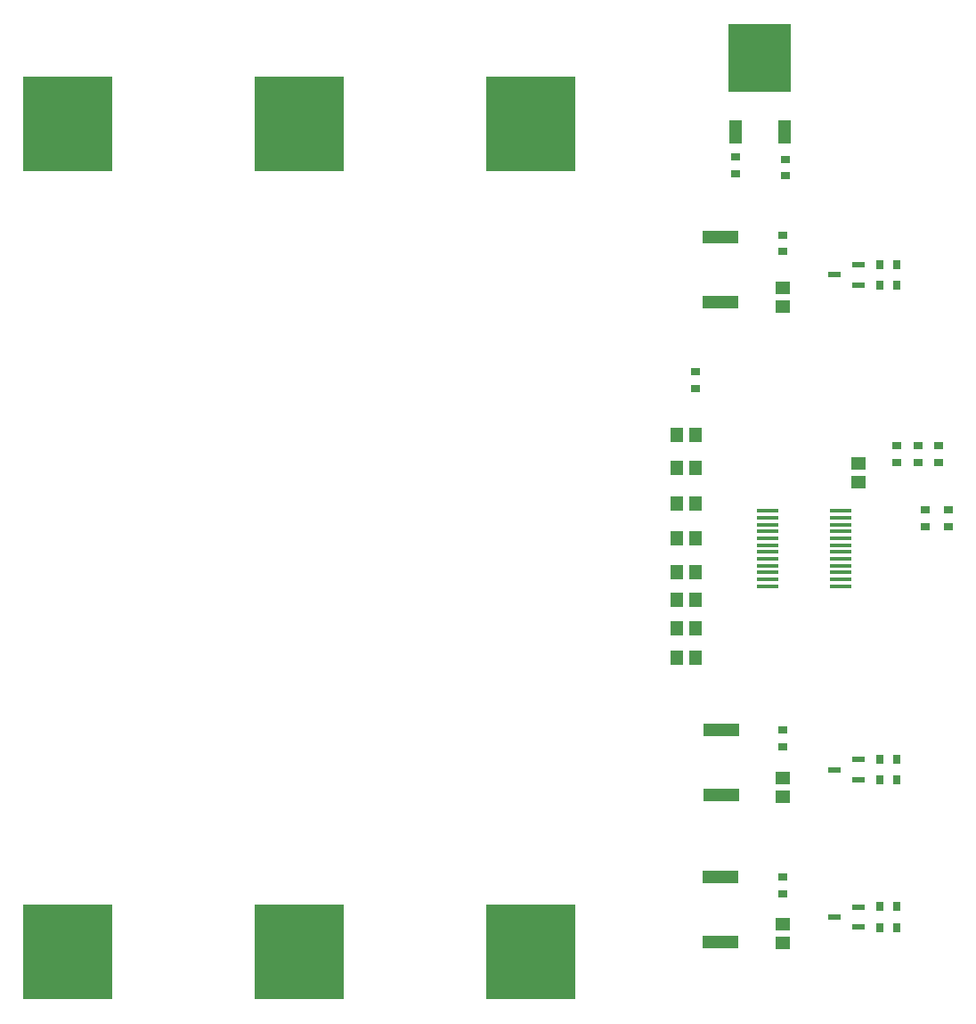
<source format=gtp>
G04*
G04 #@! TF.GenerationSoftware,Altium Limited,Altium Designer,20.0.2 (26)*
G04*
G04 Layer_Color=8421504*
%FSLAX25Y25*%
%MOIN*%
G70*
G01*
G75*
%ADD18R,0.04724X0.01968*%
%ADD19R,0.03150X0.03347*%
%ADD20R,0.03347X0.03150*%
%ADD21R,0.04567X0.05787*%
%ADD22R,0.05787X0.04567*%
%ADD23O,0.08268X0.01575*%
%ADD24R,0.13465X0.04921*%
%ADD25R,0.23622X0.25591*%
%ADD26R,0.04724X0.08661*%
%ADD27R,0.33465X0.35433*%
D18*
X473004Y409646D02*
D03*
Y417126D02*
D03*
X464004Y413386D02*
D03*
X464173Y173228D02*
D03*
X473173Y176969D02*
D03*
Y169488D02*
D03*
X464004Y228346D02*
D03*
X473004Y232087D02*
D03*
Y224606D02*
D03*
D19*
X481123Y232283D02*
D03*
X487381D02*
D03*
X481123Y177165D02*
D03*
X487381D02*
D03*
Y224410D02*
D03*
X481123D02*
D03*
X487381Y417323D02*
D03*
X481123D02*
D03*
X487381Y409449D02*
D03*
X481123D02*
D03*
X487381Y169291D02*
D03*
X481123D02*
D03*
D20*
X444882Y237029D02*
D03*
Y243286D02*
D03*
X506693Y325570D02*
D03*
Y319312D02*
D03*
X503150Y343349D02*
D03*
Y349606D02*
D03*
X495276Y343349D02*
D03*
Y349606D02*
D03*
X487402D02*
D03*
Y343349D02*
D03*
X498032Y325570D02*
D03*
Y319312D02*
D03*
X412205Y370887D02*
D03*
Y377145D02*
D03*
X427165Y457459D02*
D03*
Y451202D02*
D03*
X445669Y456672D02*
D03*
Y450415D02*
D03*
X444882Y428326D02*
D03*
Y422068D02*
D03*
Y188168D02*
D03*
Y181911D02*
D03*
D21*
X405158Y327953D02*
D03*
X412165D02*
D03*
X405158Y270079D02*
D03*
X412165D02*
D03*
X405158Y281102D02*
D03*
X412165D02*
D03*
X405158Y291732D02*
D03*
X412165D02*
D03*
X405158Y302362D02*
D03*
X412165D02*
D03*
X405158Y314961D02*
D03*
X412165D02*
D03*
X405158Y341339D02*
D03*
X412165D02*
D03*
X405158Y353543D02*
D03*
X412165D02*
D03*
D22*
X473228Y335866D02*
D03*
Y342874D02*
D03*
X444882Y170433D02*
D03*
Y163425D02*
D03*
X444882Y408583D02*
D03*
Y401575D02*
D03*
X444882Y225157D02*
D03*
Y218150D02*
D03*
D23*
X466339Y296949D02*
D03*
Y299508D02*
D03*
Y302067D02*
D03*
Y304626D02*
D03*
Y307185D02*
D03*
Y309744D02*
D03*
Y312303D02*
D03*
Y314862D02*
D03*
Y317421D02*
D03*
Y319980D02*
D03*
Y322539D02*
D03*
Y325098D02*
D03*
X439173Y296949D02*
D03*
Y299508D02*
D03*
Y302067D02*
D03*
Y304626D02*
D03*
Y307185D02*
D03*
Y309744D02*
D03*
Y312303D02*
D03*
Y314862D02*
D03*
Y317421D02*
D03*
Y319980D02*
D03*
Y322539D02*
D03*
Y325098D02*
D03*
D24*
X421654Y218898D02*
D03*
Y243307D02*
D03*
X421260Y403150D02*
D03*
Y427559D02*
D03*
Y163779D02*
D03*
Y188189D02*
D03*
D25*
X436221Y494488D02*
D03*
D26*
X426924Y466929D02*
D03*
X445517Y466946D02*
D03*
D27*
X177165Y469882D02*
D03*
Y160039D02*
D03*
X263779D02*
D03*
Y469882D02*
D03*
X350394D02*
D03*
Y160039D02*
D03*
M02*

</source>
